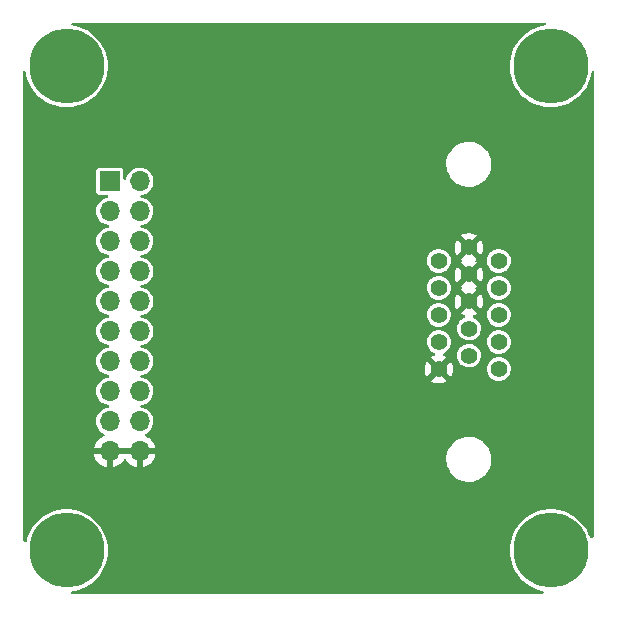
<source format=gbl>
G04 #@! TF.GenerationSoftware,KiCad,Pcbnew,(6.0.1)*
G04 #@! TF.CreationDate,2022-05-17T17:19:42-04:00*
G04 #@! TF.ProjectId,VGAX49,56474158-3439-42e6-9b69-6361645f7063,X1*
G04 #@! TF.SameCoordinates,Original*
G04 #@! TF.FileFunction,Copper,L2,Bot*
G04 #@! TF.FilePolarity,Positive*
%FSLAX46Y46*%
G04 Gerber Fmt 4.6, Leading zero omitted, Abs format (unit mm)*
G04 Created by KiCad (PCBNEW (6.0.1)) date 2022-05-17 17:19:42*
%MOMM*%
%LPD*%
G01*
G04 APERTURE LIST*
G04 #@! TA.AperFunction,ComponentPad*
%ADD10C,6.350000*%
G04 #@! TD*
G04 #@! TA.AperFunction,ComponentPad*
%ADD11R,1.700000X1.700000*%
G04 #@! TD*
G04 #@! TA.AperFunction,ComponentPad*
%ADD12O,1.700000X1.700000*%
G04 #@! TD*
G04 #@! TA.AperFunction,ComponentPad*
%ADD13C,1.397000*%
G04 #@! TD*
G04 APERTURE END LIST*
D10*
X14000000Y-55000000D03*
X55000000Y-55000000D03*
X55000000Y-14000000D03*
X14000000Y-14000000D03*
D11*
X17653000Y-23749000D03*
D12*
X20193000Y-23749000D03*
X17653000Y-26289000D03*
X20193000Y-26289000D03*
X17653000Y-28829000D03*
X20193000Y-28829000D03*
X17653000Y-31369000D03*
X20193000Y-31369000D03*
X17653000Y-33909000D03*
X20193000Y-33909000D03*
X17653000Y-36449000D03*
X20193000Y-36449000D03*
X17653000Y-38989000D03*
X20193000Y-38989000D03*
X17653000Y-41529000D03*
X20193000Y-41529000D03*
X17653000Y-44069000D03*
X20193000Y-44069000D03*
X17653000Y-46609000D03*
X20193000Y-46609000D03*
D13*
X45519340Y-30487620D03*
X45519340Y-32778700D03*
X45519340Y-35064700D03*
X45519340Y-37358320D03*
X45519340Y-39646860D03*
X48059340Y-29342080D03*
X48059340Y-31633160D03*
X48059340Y-33924240D03*
X48059340Y-36212780D03*
X48059340Y-38503860D03*
X50599340Y-30487620D03*
X50599340Y-32778700D03*
X50596800Y-35067240D03*
X50599340Y-37358320D03*
X50599340Y-39646860D03*
G04 #@! TA.AperFunction,Conductor*
G36*
X54550059Y-10324802D02*
G01*
X54596552Y-10378458D01*
X54606656Y-10448732D01*
X54577162Y-10513312D01*
X54517436Y-10551696D01*
X54501650Y-10555249D01*
X54275412Y-10591081D01*
X53923052Y-10685496D01*
X53582492Y-10816225D01*
X53579552Y-10817723D01*
X53260403Y-10980337D01*
X53260396Y-10980341D01*
X53257462Y-10981836D01*
X52951524Y-11180514D01*
X52668029Y-11410084D01*
X52410084Y-11668029D01*
X52180514Y-11951524D01*
X51981836Y-12257462D01*
X51816225Y-12582492D01*
X51685496Y-12923052D01*
X51591081Y-13275412D01*
X51534016Y-13635710D01*
X51514924Y-14000000D01*
X51534016Y-14364290D01*
X51534529Y-14367530D01*
X51534530Y-14367538D01*
X51555249Y-14498351D01*
X51591081Y-14724588D01*
X51685496Y-15076948D01*
X51816225Y-15417508D01*
X51981836Y-15742538D01*
X52180514Y-16048476D01*
X52410084Y-16331971D01*
X52668029Y-16589916D01*
X52951524Y-16819486D01*
X53257462Y-17018164D01*
X53260396Y-17019659D01*
X53260403Y-17019663D01*
X53579552Y-17182277D01*
X53582492Y-17183775D01*
X53923052Y-17314504D01*
X54275412Y-17408919D01*
X54466987Y-17439261D01*
X54632462Y-17465470D01*
X54632470Y-17465471D01*
X54635710Y-17465984D01*
X55000000Y-17485076D01*
X55364290Y-17465984D01*
X55367530Y-17465471D01*
X55367538Y-17465470D01*
X55533013Y-17439261D01*
X55724588Y-17408919D01*
X56076948Y-17314504D01*
X56417508Y-17183775D01*
X56420448Y-17182277D01*
X56739597Y-17019663D01*
X56739604Y-17019659D01*
X56742538Y-17018164D01*
X57048476Y-16819486D01*
X57331971Y-16589916D01*
X57589916Y-16331971D01*
X57819486Y-16048476D01*
X58018164Y-15742538D01*
X58183775Y-15417508D01*
X58314504Y-15076948D01*
X58408919Y-14724588D01*
X58444751Y-14498351D01*
X58475163Y-14434198D01*
X58535431Y-14396671D01*
X58606421Y-14397685D01*
X58665593Y-14436918D01*
X58694161Y-14501913D01*
X58695200Y-14518062D01*
X58695200Y-53696869D01*
X58675198Y-53764990D01*
X58663374Y-53780579D01*
X58533894Y-53926245D01*
X58519116Y-53942870D01*
X58458909Y-53980495D01*
X58387918Y-53979598D01*
X58328682Y-53940462D01*
X58307311Y-53904314D01*
X58183775Y-53582492D01*
X58018164Y-53257462D01*
X57819486Y-52951524D01*
X57589916Y-52668029D01*
X57331971Y-52410084D01*
X57048476Y-52180514D01*
X56742538Y-51981836D01*
X56739604Y-51980341D01*
X56739597Y-51980337D01*
X56420448Y-51817723D01*
X56417508Y-51816225D01*
X56076948Y-51685496D01*
X55724588Y-51591081D01*
X55533013Y-51560739D01*
X55367538Y-51534530D01*
X55367530Y-51534529D01*
X55364290Y-51534016D01*
X55000000Y-51514924D01*
X54635710Y-51534016D01*
X54632470Y-51534529D01*
X54632462Y-51534530D01*
X54466987Y-51560739D01*
X54275412Y-51591081D01*
X53923052Y-51685496D01*
X53582492Y-51816225D01*
X53579552Y-51817723D01*
X53260403Y-51980337D01*
X53260396Y-51980341D01*
X53257462Y-51981836D01*
X52951524Y-52180514D01*
X52668029Y-52410084D01*
X52410084Y-52668029D01*
X52180514Y-52951524D01*
X51981836Y-53257462D01*
X51816225Y-53582492D01*
X51685496Y-53923052D01*
X51591081Y-54275412D01*
X51534016Y-54635710D01*
X51514924Y-55000000D01*
X51534016Y-55364290D01*
X51591081Y-55724588D01*
X51685496Y-56076948D01*
X51816225Y-56417508D01*
X51981836Y-56742538D01*
X52180514Y-57048476D01*
X52410084Y-57331971D01*
X52668029Y-57589916D01*
X52951524Y-57819486D01*
X53257462Y-58018164D01*
X53260396Y-58019659D01*
X53260403Y-58019663D01*
X53363998Y-58072447D01*
X53582492Y-58183775D01*
X53923052Y-58314504D01*
X54275412Y-58408919D01*
X54278670Y-58409435D01*
X54278684Y-58409438D01*
X54288028Y-58410918D01*
X54352180Y-58441331D01*
X54389705Y-58501600D01*
X54388690Y-58572590D01*
X54362487Y-58619076D01*
X54332412Y-58652910D01*
X54272205Y-58690535D01*
X54238239Y-58695200D01*
X14518062Y-58695200D01*
X14449941Y-58675198D01*
X14403448Y-58621542D01*
X14393344Y-58551268D01*
X14422838Y-58486688D01*
X14482564Y-58448304D01*
X14498351Y-58444751D01*
X14724588Y-58408919D01*
X15076948Y-58314504D01*
X15417508Y-58183775D01*
X15636002Y-58072447D01*
X15739597Y-58019663D01*
X15739604Y-58019659D01*
X15742538Y-58018164D01*
X16048476Y-57819486D01*
X16331971Y-57589916D01*
X16589916Y-57331971D01*
X16819486Y-57048476D01*
X17018164Y-56742538D01*
X17183775Y-56417508D01*
X17314504Y-56076948D01*
X17408919Y-55724588D01*
X17465984Y-55364290D01*
X17485076Y-55000000D01*
X17465984Y-54635710D01*
X17408919Y-54275412D01*
X17314504Y-53923052D01*
X17183775Y-53582492D01*
X17018164Y-53257462D01*
X16819486Y-52951524D01*
X16589916Y-52668029D01*
X16331971Y-52410084D01*
X16048476Y-52180514D01*
X15742538Y-51981836D01*
X15739604Y-51980341D01*
X15739597Y-51980337D01*
X15420448Y-51817723D01*
X15417508Y-51816225D01*
X15076948Y-51685496D01*
X14724588Y-51591081D01*
X14533013Y-51560739D01*
X14367538Y-51534530D01*
X14367530Y-51534529D01*
X14364290Y-51534016D01*
X14000000Y-51514924D01*
X13635710Y-51534016D01*
X13632470Y-51534529D01*
X13632462Y-51534530D01*
X13466987Y-51560739D01*
X13275412Y-51591081D01*
X12923052Y-51685496D01*
X12582492Y-51816225D01*
X12579552Y-51817723D01*
X12260403Y-51980337D01*
X12260396Y-51980341D01*
X12257462Y-51981836D01*
X11951524Y-52180514D01*
X11668029Y-52410084D01*
X11410084Y-52668029D01*
X11180514Y-52951524D01*
X10981836Y-53257462D01*
X10816225Y-53582492D01*
X10685496Y-53923052D01*
X10670345Y-53979598D01*
X10612738Y-54194589D01*
X10575786Y-54255212D01*
X10511926Y-54286233D01*
X10441431Y-54277805D01*
X10396207Y-54244950D01*
X10335976Y-54176115D01*
X10306171Y-54111677D01*
X10304800Y-54093143D01*
X10304800Y-46876966D01*
X16321257Y-46876966D01*
X16351565Y-47011446D01*
X16354645Y-47021275D01*
X16434770Y-47218603D01*
X16439413Y-47227794D01*
X16550694Y-47409388D01*
X16556777Y-47417699D01*
X16696213Y-47578667D01*
X16703580Y-47585883D01*
X16867434Y-47721916D01*
X16875881Y-47727831D01*
X17059756Y-47835279D01*
X17069042Y-47839729D01*
X17268001Y-47915703D01*
X17277899Y-47918579D01*
X17381250Y-47939606D01*
X17395299Y-47938410D01*
X17399000Y-47928065D01*
X17399000Y-47927517D01*
X17907000Y-47927517D01*
X17911064Y-47941359D01*
X17924478Y-47943393D01*
X17931184Y-47942534D01*
X17941262Y-47940392D01*
X18145255Y-47879191D01*
X18154842Y-47875433D01*
X18346095Y-47781739D01*
X18354945Y-47776464D01*
X18528328Y-47652792D01*
X18536200Y-47646139D01*
X18687052Y-47495812D01*
X18693730Y-47487965D01*
X18821022Y-47310819D01*
X18822147Y-47311627D01*
X18869669Y-47267876D01*
X18939607Y-47255661D01*
X19005046Y-47283197D01*
X19032870Y-47315028D01*
X19090690Y-47409383D01*
X19096777Y-47417699D01*
X19236213Y-47578667D01*
X19243580Y-47585883D01*
X19407434Y-47721916D01*
X19415881Y-47727831D01*
X19599756Y-47835279D01*
X19609042Y-47839729D01*
X19808001Y-47915703D01*
X19817899Y-47918579D01*
X19921250Y-47939606D01*
X19935299Y-47938410D01*
X19939000Y-47928065D01*
X19939000Y-47927517D01*
X20447000Y-47927517D01*
X20451064Y-47941359D01*
X20464478Y-47943393D01*
X20471184Y-47942534D01*
X20481262Y-47940392D01*
X20685255Y-47879191D01*
X20694842Y-47875433D01*
X20886095Y-47781739D01*
X20894945Y-47776464D01*
X21068328Y-47652792D01*
X21076200Y-47646139D01*
X21227052Y-47495812D01*
X21233730Y-47487965D01*
X21343213Y-47335602D01*
X46149436Y-47335602D01*
X46175697Y-47610854D01*
X46176782Y-47615288D01*
X46176783Y-47615294D01*
X46231702Y-47839729D01*
X46241418Y-47879433D01*
X46243130Y-47883659D01*
X46243131Y-47883663D01*
X46266501Y-47941359D01*
X46345221Y-48135711D01*
X46347525Y-48139646D01*
X46347528Y-48139652D01*
X46440094Y-48297741D01*
X46484933Y-48374320D01*
X46657625Y-48590262D01*
X46859682Y-48779013D01*
X47086869Y-48936618D01*
X47215155Y-49000439D01*
X47330341Y-49057744D01*
X47330344Y-49057745D01*
X47334428Y-49059777D01*
X47597173Y-49145909D01*
X47601664Y-49146689D01*
X47601665Y-49146689D01*
X47865819Y-49192554D01*
X47865827Y-49192555D01*
X47869600Y-49193210D01*
X47873437Y-49193401D01*
X47955407Y-49197482D01*
X47955415Y-49197482D01*
X47956978Y-49197560D01*
X48129573Y-49197560D01*
X48131841Y-49197395D01*
X48131853Y-49197395D01*
X48265061Y-49187729D01*
X48335118Y-49182646D01*
X48339573Y-49181662D01*
X48339576Y-49181662D01*
X48600658Y-49124021D01*
X48600662Y-49124020D01*
X48605118Y-49123036D01*
X48777452Y-49057744D01*
X48859415Y-49026691D01*
X48859418Y-49026690D01*
X48863685Y-49025073D01*
X49105403Y-48890811D01*
X49325207Y-48723062D01*
X49518493Y-48525340D01*
X49681212Y-48301786D01*
X49809956Y-48057085D01*
X49902027Y-47796362D01*
X49955496Y-47525079D01*
X49960842Y-47417699D01*
X49969017Y-47253487D01*
X49969017Y-47253481D01*
X49969244Y-47248918D01*
X49942983Y-46973666D01*
X49925425Y-46901910D01*
X49878347Y-46709521D01*
X49877262Y-46705087D01*
X49773459Y-46448809D01*
X49771155Y-46444874D01*
X49771152Y-46444868D01*
X49636054Y-46214140D01*
X49633747Y-46210200D01*
X49461055Y-45994258D01*
X49258998Y-45805507D01*
X49213231Y-45773757D01*
X49035553Y-45650498D01*
X49035554Y-45650498D01*
X49031811Y-45647902D01*
X48854010Y-45559447D01*
X48788339Y-45526776D01*
X48788336Y-45526775D01*
X48784252Y-45524743D01*
X48521507Y-45438611D01*
X48517015Y-45437831D01*
X48252861Y-45391966D01*
X48252853Y-45391965D01*
X48249080Y-45391310D01*
X48238105Y-45390764D01*
X48163273Y-45387038D01*
X48163265Y-45387038D01*
X48161702Y-45386960D01*
X47989107Y-45386960D01*
X47986839Y-45387125D01*
X47986827Y-45387125D01*
X47853619Y-45396791D01*
X47783562Y-45401874D01*
X47779107Y-45402858D01*
X47779104Y-45402858D01*
X47518022Y-45460499D01*
X47518018Y-45460500D01*
X47513562Y-45461484D01*
X47487081Y-45471517D01*
X47259265Y-45557829D01*
X47259262Y-45557830D01*
X47254995Y-45559447D01*
X47013277Y-45693709D01*
X46793473Y-45861458D01*
X46600187Y-46059180D01*
X46437468Y-46282734D01*
X46308724Y-46527435D01*
X46216653Y-46788158D01*
X46163184Y-47059441D01*
X46162957Y-47063998D01*
X46162957Y-47063999D01*
X46150461Y-47315020D01*
X46149436Y-47335602D01*
X21343213Y-47335602D01*
X21358003Y-47315020D01*
X21363313Y-47306183D01*
X21457670Y-47115267D01*
X21461469Y-47105672D01*
X21523377Y-46901910D01*
X21525555Y-46891837D01*
X21526986Y-46880962D01*
X21524775Y-46866778D01*
X21511617Y-46863000D01*
X20465115Y-46863000D01*
X20449876Y-46867475D01*
X20448671Y-46868865D01*
X20447000Y-46876548D01*
X20447000Y-47927517D01*
X19939000Y-47927517D01*
X19939000Y-46881115D01*
X19934525Y-46865876D01*
X19933135Y-46864671D01*
X19925452Y-46863000D01*
X17925115Y-46863000D01*
X17909876Y-46867475D01*
X17908671Y-46868865D01*
X17907000Y-46876548D01*
X17907000Y-47927517D01*
X17399000Y-47927517D01*
X17399000Y-46881115D01*
X17394525Y-46865876D01*
X17393135Y-46864671D01*
X17385452Y-46863000D01*
X16336225Y-46863000D01*
X16322694Y-46866973D01*
X16321257Y-46876966D01*
X10304800Y-46876966D01*
X10304800Y-46343183D01*
X16317389Y-46343183D01*
X16318912Y-46351607D01*
X16331292Y-46355000D01*
X21511344Y-46355000D01*
X21524875Y-46351027D01*
X21526180Y-46341947D01*
X21484214Y-46174875D01*
X21480894Y-46165124D01*
X21395972Y-45969814D01*
X21391105Y-45960739D01*
X21275426Y-45781926D01*
X21269136Y-45773757D01*
X21125806Y-45616240D01*
X21118273Y-45609215D01*
X20951139Y-45477222D01*
X20942552Y-45471517D01*
X20756117Y-45368599D01*
X20746704Y-45364368D01*
X20701197Y-45348253D01*
X20643660Y-45306658D01*
X20617745Y-45240560D01*
X20631679Y-45170945D01*
X20681690Y-45119546D01*
X20850172Y-45025192D01*
X21013420Y-44889420D01*
X21149192Y-44726172D01*
X21252940Y-44540916D01*
X21321191Y-44339855D01*
X21322019Y-44334146D01*
X21322020Y-44334141D01*
X21351126Y-44133397D01*
X21351659Y-44129723D01*
X21353249Y-44069000D01*
X21333821Y-43857561D01*
X21276186Y-43653204D01*
X21182275Y-43462772D01*
X21055233Y-43292642D01*
X20899315Y-43148513D01*
X20719742Y-43035211D01*
X20686068Y-43021776D01*
X20659096Y-43011015D01*
X20522529Y-42956530D01*
X20516861Y-42955403D01*
X20516859Y-42955402D01*
X20346567Y-42921529D01*
X20283657Y-42888622D01*
X20248525Y-42826927D01*
X20252325Y-42756032D01*
X20293851Y-42698446D01*
X20353066Y-42673255D01*
X20463855Y-42657191D01*
X20469319Y-42655336D01*
X20469324Y-42655335D01*
X20659448Y-42590796D01*
X20664916Y-42588940D01*
X20850172Y-42485192D01*
X21013420Y-42349420D01*
X21149192Y-42186172D01*
X21252940Y-42000916D01*
X21321191Y-41799855D01*
X21322019Y-41794146D01*
X21322020Y-41794141D01*
X21351126Y-41593397D01*
X21351659Y-41589723D01*
X21353249Y-41529000D01*
X21333821Y-41317561D01*
X21276186Y-41113204D01*
X21182275Y-40922772D01*
X21055233Y-40752642D01*
X20954120Y-40659174D01*
X44871386Y-40659174D01*
X44881268Y-40671663D01*
X44936381Y-40708487D01*
X44946486Y-40713974D01*
X45139607Y-40796946D01*
X45150550Y-40800501D01*
X45355549Y-40846888D01*
X45366958Y-40848390D01*
X45576985Y-40856641D01*
X45588469Y-40856039D01*
X45796485Y-40825879D01*
X45807668Y-40823194D01*
X46006702Y-40755631D01*
X46017205Y-40750955D01*
X46159744Y-40671130D01*
X46169606Y-40661054D01*
X46166651Y-40653382D01*
X45532151Y-40018881D01*
X45518208Y-40011268D01*
X45516374Y-40011399D01*
X45509760Y-40015650D01*
X44877579Y-40647832D01*
X44871386Y-40659174D01*
X20954120Y-40659174D01*
X20924709Y-40631987D01*
X20903555Y-40612432D01*
X20903552Y-40612430D01*
X20899315Y-40608513D01*
X20719742Y-40495211D01*
X20686068Y-40481776D01*
X20659096Y-40471015D01*
X20522529Y-40416530D01*
X20516861Y-40415403D01*
X20516859Y-40415402D01*
X20346567Y-40381529D01*
X20283657Y-40348622D01*
X20248525Y-40286927D01*
X20252325Y-40216032D01*
X20293851Y-40158446D01*
X20353066Y-40133255D01*
X20463855Y-40117191D01*
X20469319Y-40115336D01*
X20469324Y-40115335D01*
X20642439Y-40056570D01*
X20664916Y-40048940D01*
X20850172Y-39945192D01*
X20862201Y-39935188D01*
X21008982Y-39813111D01*
X21013420Y-39809420D01*
X21149192Y-39646172D01*
X21163340Y-39620908D01*
X44308464Y-39620908D01*
X44322211Y-39830639D01*
X44324012Y-39842009D01*
X44375749Y-40045723D01*
X44379590Y-40056570D01*
X44467587Y-40247452D01*
X44473336Y-40257409D01*
X44494452Y-40287287D01*
X44505042Y-40295676D01*
X44518341Y-40288648D01*
X45147319Y-39659671D01*
X45153696Y-39647992D01*
X45883748Y-39647992D01*
X45883879Y-39649826D01*
X45888130Y-39656440D01*
X46521951Y-40290260D01*
X46534326Y-40297017D01*
X46540906Y-40292091D01*
X46623435Y-40144725D01*
X46628111Y-40134222D01*
X46695674Y-39935188D01*
X46698359Y-39924005D01*
X46728815Y-39713948D01*
X46729445Y-39706565D01*
X46730912Y-39650564D01*
X46730669Y-39643165D01*
X46729714Y-39632777D01*
X49590781Y-39632777D01*
X49594033Y-39671499D01*
X49605925Y-39813111D01*
X49607254Y-39828942D01*
X49608953Y-39834867D01*
X49659535Y-40011268D01*
X49661514Y-40018171D01*
X49664333Y-40023656D01*
X49748679Y-40187776D01*
X49748682Y-40187781D01*
X49751497Y-40193258D01*
X49873773Y-40347532D01*
X49878467Y-40351526D01*
X49878467Y-40351527D01*
X49947508Y-40410285D01*
X50023686Y-40475118D01*
X50195525Y-40571156D01*
X50382746Y-40631987D01*
X50578216Y-40655296D01*
X50584351Y-40654824D01*
X50584353Y-40654824D01*
X50768350Y-40640666D01*
X50768355Y-40640665D01*
X50774491Y-40640193D01*
X50780421Y-40638537D01*
X50780423Y-40638537D01*
X50958167Y-40588910D01*
X50958166Y-40588910D01*
X50964095Y-40587255D01*
X50992197Y-40573060D01*
X51134311Y-40501272D01*
X51139805Y-40498497D01*
X51157428Y-40484729D01*
X51244719Y-40416530D01*
X51294930Y-40377301D01*
X51317178Y-40351527D01*
X51419535Y-40232944D01*
X51419535Y-40232943D01*
X51423559Y-40228282D01*
X51443456Y-40193258D01*
X51474095Y-40139323D01*
X51520794Y-40057118D01*
X51582931Y-39870326D01*
X51602687Y-39713948D01*
X51607162Y-39678526D01*
X51607163Y-39678516D01*
X51607604Y-39675023D01*
X51607997Y-39646860D01*
X51588787Y-39450944D01*
X51587006Y-39445045D01*
X51587005Y-39445040D01*
X51533671Y-39268390D01*
X51531890Y-39262491D01*
X51439472Y-39088678D01*
X51435582Y-39083908D01*
X51435579Y-39083904D01*
X51318948Y-38940901D01*
X51318945Y-38940898D01*
X51315053Y-38936126D01*
X51308762Y-38930921D01*
X51168122Y-38814573D01*
X51163374Y-38810645D01*
X51157957Y-38807716D01*
X51157954Y-38807714D01*
X50995630Y-38719946D01*
X50995625Y-38719944D01*
X50990210Y-38717016D01*
X50908966Y-38691867D01*
X50808046Y-38660627D01*
X50808043Y-38660626D01*
X50802159Y-38658805D01*
X50796034Y-38658161D01*
X50796033Y-38658161D01*
X50612510Y-38638872D01*
X50612509Y-38638872D01*
X50606382Y-38638228D01*
X50523444Y-38645776D01*
X50416476Y-38655510D01*
X50416473Y-38655511D01*
X50410337Y-38656069D01*
X50221490Y-38711650D01*
X50047037Y-38802852D01*
X49893620Y-38926202D01*
X49889661Y-38930920D01*
X49889660Y-38930921D01*
X49786890Y-39053397D01*
X49767083Y-39077002D01*
X49726102Y-39151547D01*
X49683169Y-39229643D01*
X49672248Y-39249508D01*
X49670384Y-39255383D01*
X49670383Y-39255386D01*
X49646043Y-39332118D01*
X49612725Y-39437148D01*
X49590781Y-39632777D01*
X46729714Y-39632777D01*
X46711248Y-39431805D01*
X46709151Y-39420490D01*
X46652098Y-39218196D01*
X46647976Y-39207457D01*
X46555011Y-39018943D01*
X46549005Y-39009141D01*
X46545850Y-39004916D01*
X46534591Y-38996466D01*
X46522174Y-39003237D01*
X45891361Y-39634049D01*
X45883748Y-39647992D01*
X45153696Y-39647992D01*
X45154932Y-39645728D01*
X45154801Y-39643894D01*
X45150550Y-39637280D01*
X44514943Y-39001674D01*
X44502568Y-38994917D01*
X44496602Y-38999383D01*
X44402596Y-39178058D01*
X44398191Y-39188692D01*
X44335862Y-39389423D01*
X44333470Y-39400677D01*
X44308765Y-39609407D01*
X44308464Y-39620908D01*
X21163340Y-39620908D01*
X21252940Y-39460916D01*
X21296661Y-39332118D01*
X21319335Y-39265324D01*
X21319336Y-39265319D01*
X21321191Y-39259855D01*
X21322019Y-39254146D01*
X21322020Y-39254141D01*
X21347280Y-39079924D01*
X21351659Y-39049723D01*
X21353249Y-38989000D01*
X21333821Y-38777561D01*
X21276186Y-38573204D01*
X21182275Y-38382772D01*
X21055233Y-38212642D01*
X20921219Y-38088761D01*
X20903555Y-38072432D01*
X20903552Y-38072430D01*
X20899315Y-38068513D01*
X20719742Y-37955211D01*
X20692655Y-37944404D01*
X20654746Y-37929280D01*
X20522529Y-37876530D01*
X20516861Y-37875403D01*
X20516859Y-37875402D01*
X20346567Y-37841529D01*
X20283657Y-37808622D01*
X20248525Y-37746927D01*
X20252325Y-37676032D01*
X20293851Y-37618446D01*
X20353066Y-37593255D01*
X20463855Y-37577191D01*
X20469319Y-37575336D01*
X20469324Y-37575335D01*
X20644692Y-37515805D01*
X20664916Y-37508940D01*
X20850172Y-37405192D01*
X20923462Y-37344237D01*
X44510781Y-37344237D01*
X44511297Y-37350380D01*
X44523515Y-37495872D01*
X44527254Y-37540402D01*
X44528953Y-37546327D01*
X44571583Y-37694996D01*
X44581514Y-37729631D01*
X44584333Y-37735116D01*
X44668679Y-37899236D01*
X44668682Y-37899241D01*
X44671497Y-37904718D01*
X44793773Y-38058992D01*
X44798467Y-38062986D01*
X44798467Y-38062987D01*
X44833204Y-38092550D01*
X44943686Y-38186578D01*
X45111891Y-38280585D01*
X45115525Y-38282616D01*
X45115139Y-38283307D01*
X45165776Y-38325739D01*
X45186902Y-38393520D01*
X45168029Y-38461962D01*
X45115149Y-38509336D01*
X45104530Y-38513815D01*
X45003119Y-38551227D01*
X44992740Y-38556178D01*
X44879859Y-38623335D01*
X44870261Y-38633668D01*
X44873747Y-38642056D01*
X45506529Y-39274839D01*
X45520472Y-39282452D01*
X45522306Y-39282321D01*
X45528920Y-39278070D01*
X46161040Y-38645949D01*
X46167797Y-38633574D01*
X46161767Y-38625518D01*
X46074312Y-38570338D01*
X46064061Y-38565114D01*
X45928347Y-38510970D01*
X45901332Y-38489777D01*
X47050781Y-38489777D01*
X47052561Y-38510970D01*
X47063896Y-38645949D01*
X47067254Y-38685942D01*
X47068953Y-38691867D01*
X47103012Y-38810645D01*
X47121514Y-38875171D01*
X47124333Y-38880656D01*
X47208679Y-39044776D01*
X47208682Y-39044781D01*
X47211497Y-39050258D01*
X47333773Y-39204532D01*
X47338467Y-39208526D01*
X47338467Y-39208527D01*
X47425329Y-39282452D01*
X47483686Y-39332118D01*
X47655525Y-39428156D01*
X47842746Y-39488987D01*
X48038216Y-39512296D01*
X48044351Y-39511824D01*
X48044353Y-39511824D01*
X48228350Y-39497666D01*
X48228355Y-39497665D01*
X48234491Y-39497193D01*
X48240421Y-39495537D01*
X48240423Y-39495537D01*
X48384006Y-39455448D01*
X48424095Y-39444255D01*
X48438165Y-39437148D01*
X48594311Y-39358272D01*
X48599805Y-39355497D01*
X48754930Y-39234301D01*
X48768832Y-39218196D01*
X48879535Y-39089944D01*
X48879535Y-39089943D01*
X48883559Y-39085282D01*
X48901966Y-39052881D01*
X48952233Y-38964394D01*
X48980794Y-38914118D01*
X49042931Y-38727326D01*
X49055793Y-38625518D01*
X49067162Y-38535526D01*
X49067163Y-38535516D01*
X49067604Y-38532023D01*
X49067997Y-38503860D01*
X49048787Y-38307944D01*
X49047006Y-38302045D01*
X49047005Y-38302040D01*
X48993671Y-38125390D01*
X48991890Y-38119491D01*
X48904541Y-37955211D01*
X48902366Y-37951120D01*
X48902364Y-37951117D01*
X48899472Y-37945678D01*
X48895582Y-37940908D01*
X48895579Y-37940904D01*
X48778948Y-37797901D01*
X48778945Y-37797898D01*
X48775053Y-37793126D01*
X48768762Y-37787921D01*
X48628122Y-37671573D01*
X48623374Y-37667645D01*
X48617957Y-37664716D01*
X48617954Y-37664714D01*
X48455630Y-37576946D01*
X48455625Y-37576944D01*
X48450210Y-37574016D01*
X48427257Y-37566911D01*
X48268046Y-37517627D01*
X48268043Y-37517626D01*
X48262159Y-37515805D01*
X48256034Y-37515161D01*
X48256033Y-37515161D01*
X48072510Y-37495872D01*
X48072509Y-37495872D01*
X48066382Y-37495228D01*
X47983444Y-37502776D01*
X47876476Y-37512510D01*
X47876473Y-37512511D01*
X47870337Y-37513069D01*
X47681490Y-37568650D01*
X47507037Y-37659852D01*
X47353620Y-37783202D01*
X47349661Y-37787920D01*
X47349660Y-37787921D01*
X47231045Y-37929280D01*
X47227083Y-37934002D01*
X47213730Y-37958292D01*
X47153136Y-38068513D01*
X47132248Y-38106508D01*
X47130384Y-38112383D01*
X47130383Y-38112386D01*
X47077169Y-38280140D01*
X47072725Y-38294148D01*
X47050781Y-38489777D01*
X45901332Y-38489777D01*
X45872487Y-38467149D01*
X45849187Y-38400085D01*
X45865843Y-38331070D01*
X45918226Y-38281474D01*
X45921918Y-38279609D01*
X46059805Y-38209957D01*
X46079120Y-38194867D01*
X46175597Y-38119491D01*
X46214930Y-38088761D01*
X46237178Y-38062987D01*
X46339535Y-37944404D01*
X46339535Y-37944403D01*
X46343559Y-37939742D01*
X46363456Y-37904718D01*
X46424136Y-37797901D01*
X46440794Y-37768578D01*
X46502931Y-37581786D01*
X46511348Y-37515161D01*
X46527162Y-37389986D01*
X46527163Y-37389976D01*
X46527604Y-37386483D01*
X46527997Y-37358320D01*
X46526616Y-37344237D01*
X49590781Y-37344237D01*
X49591297Y-37350380D01*
X49603515Y-37495872D01*
X49607254Y-37540402D01*
X49608953Y-37546327D01*
X49651583Y-37694996D01*
X49661514Y-37729631D01*
X49664333Y-37735116D01*
X49748679Y-37899236D01*
X49748682Y-37899241D01*
X49751497Y-37904718D01*
X49873773Y-38058992D01*
X49878467Y-38062986D01*
X49878467Y-38062987D01*
X49913204Y-38092550D01*
X50023686Y-38186578D01*
X50195525Y-38282616D01*
X50382746Y-38343447D01*
X50578216Y-38366756D01*
X50584351Y-38366284D01*
X50584353Y-38366284D01*
X50768350Y-38352126D01*
X50768355Y-38352125D01*
X50774491Y-38351653D01*
X50780421Y-38349997D01*
X50780423Y-38349997D01*
X50899193Y-38316836D01*
X50964095Y-38298715D01*
X50973137Y-38294148D01*
X51051950Y-38254336D01*
X51139805Y-38209957D01*
X51159120Y-38194867D01*
X51255597Y-38119491D01*
X51294930Y-38088761D01*
X51317178Y-38062987D01*
X51419535Y-37944404D01*
X51419535Y-37944403D01*
X51423559Y-37939742D01*
X51443456Y-37904718D01*
X51504136Y-37797901D01*
X51520794Y-37768578D01*
X51582931Y-37581786D01*
X51591348Y-37515161D01*
X51607162Y-37389986D01*
X51607163Y-37389976D01*
X51607604Y-37386483D01*
X51607997Y-37358320D01*
X51588787Y-37162404D01*
X51587006Y-37156505D01*
X51587005Y-37156500D01*
X51533671Y-36979850D01*
X51531890Y-36973951D01*
X51485681Y-36887045D01*
X51442366Y-36805580D01*
X51442364Y-36805577D01*
X51439472Y-36800138D01*
X51435582Y-36795368D01*
X51435579Y-36795364D01*
X51318948Y-36652361D01*
X51318945Y-36652358D01*
X51315053Y-36647586D01*
X51308762Y-36642381D01*
X51168122Y-36526033D01*
X51163374Y-36522105D01*
X51157957Y-36519176D01*
X51157954Y-36519174D01*
X50995630Y-36431406D01*
X50995625Y-36431404D01*
X50990210Y-36428476D01*
X50879669Y-36394258D01*
X50808046Y-36372087D01*
X50808043Y-36372086D01*
X50802159Y-36370265D01*
X50796034Y-36369621D01*
X50796033Y-36369621D01*
X50612510Y-36350332D01*
X50612509Y-36350332D01*
X50606382Y-36349688D01*
X50523444Y-36357236D01*
X50416476Y-36366970D01*
X50416473Y-36366971D01*
X50410337Y-36367529D01*
X50221490Y-36423110D01*
X50047037Y-36514312D01*
X49893620Y-36637662D01*
X49889661Y-36642380D01*
X49889660Y-36642381D01*
X49771045Y-36783740D01*
X49767083Y-36788462D01*
X49743863Y-36830699D01*
X49691499Y-36925951D01*
X49672248Y-36960968D01*
X49670384Y-36966843D01*
X49670383Y-36966846D01*
X49617337Y-37134070D01*
X49612725Y-37148608D01*
X49590781Y-37344237D01*
X46526616Y-37344237D01*
X46508787Y-37162404D01*
X46507006Y-37156505D01*
X46507005Y-37156500D01*
X46453671Y-36979850D01*
X46451890Y-36973951D01*
X46405681Y-36887045D01*
X46362366Y-36805580D01*
X46362364Y-36805577D01*
X46359472Y-36800138D01*
X46355582Y-36795368D01*
X46355579Y-36795364D01*
X46238948Y-36652361D01*
X46238945Y-36652358D01*
X46235053Y-36647586D01*
X46228762Y-36642381D01*
X46088122Y-36526033D01*
X46083374Y-36522105D01*
X46077957Y-36519176D01*
X46077954Y-36519174D01*
X45915630Y-36431406D01*
X45915625Y-36431404D01*
X45910210Y-36428476D01*
X45799669Y-36394258D01*
X45728046Y-36372087D01*
X45728043Y-36372086D01*
X45722159Y-36370265D01*
X45716034Y-36369621D01*
X45716033Y-36369621D01*
X45532510Y-36350332D01*
X45532509Y-36350332D01*
X45526382Y-36349688D01*
X45443444Y-36357236D01*
X45336476Y-36366970D01*
X45336473Y-36366971D01*
X45330337Y-36367529D01*
X45141490Y-36423110D01*
X44967037Y-36514312D01*
X44813620Y-36637662D01*
X44809661Y-36642380D01*
X44809660Y-36642381D01*
X44691045Y-36783740D01*
X44687083Y-36788462D01*
X44663863Y-36830699D01*
X44611499Y-36925951D01*
X44592248Y-36960968D01*
X44590384Y-36966843D01*
X44590383Y-36966846D01*
X44537337Y-37134070D01*
X44532725Y-37148608D01*
X44510781Y-37344237D01*
X20923462Y-37344237D01*
X21013420Y-37269420D01*
X21149192Y-37106172D01*
X21252940Y-36920916D01*
X21283565Y-36830699D01*
X21319335Y-36725324D01*
X21319336Y-36725319D01*
X21321191Y-36719855D01*
X21322019Y-36714146D01*
X21322020Y-36714141D01*
X21349294Y-36526033D01*
X21351659Y-36509723D01*
X21353249Y-36449000D01*
X21333821Y-36237561D01*
X21322860Y-36198697D01*
X47050781Y-36198697D01*
X47051297Y-36204840D01*
X47063707Y-36352619D01*
X47067254Y-36394862D01*
X47068953Y-36400787D01*
X47112146Y-36551420D01*
X47121514Y-36584091D01*
X47124333Y-36589576D01*
X47208679Y-36753696D01*
X47208682Y-36753701D01*
X47211497Y-36759178D01*
X47333773Y-36913452D01*
X47338467Y-36917446D01*
X47338467Y-36917447D01*
X47373204Y-36947010D01*
X47483686Y-37041038D01*
X47655525Y-37137076D01*
X47842746Y-37197907D01*
X48038216Y-37221216D01*
X48044351Y-37220744D01*
X48044353Y-37220744D01*
X48228350Y-37206586D01*
X48228355Y-37206585D01*
X48234491Y-37206113D01*
X48240421Y-37204457D01*
X48240423Y-37204457D01*
X48359193Y-37171296D01*
X48424095Y-37153175D01*
X48433137Y-37148608D01*
X48594311Y-37067192D01*
X48599805Y-37064417D01*
X48754930Y-36943221D01*
X48777178Y-36917447D01*
X48879535Y-36798864D01*
X48879535Y-36798863D01*
X48883559Y-36794202D01*
X48903456Y-36759178D01*
X48964136Y-36652361D01*
X48980794Y-36623038D01*
X49042931Y-36436246D01*
X49051348Y-36369621D01*
X49067162Y-36244446D01*
X49067163Y-36244436D01*
X49067604Y-36240943D01*
X49067997Y-36212780D01*
X49048787Y-36016864D01*
X49047006Y-36010965D01*
X49047005Y-36010960D01*
X48993671Y-35834310D01*
X48991890Y-35828411D01*
X48911525Y-35677266D01*
X48902366Y-35660040D01*
X48902364Y-35660037D01*
X48899472Y-35654598D01*
X48895582Y-35649828D01*
X48895579Y-35649824D01*
X48778948Y-35506821D01*
X48778945Y-35506818D01*
X48775053Y-35502046D01*
X48768762Y-35496841D01*
X48628122Y-35380493D01*
X48623374Y-35376565D01*
X48617957Y-35373636D01*
X48617954Y-35373634D01*
X48475403Y-35296558D01*
X48457462Y-35286857D01*
X48407054Y-35236863D01*
X48391676Y-35167552D01*
X48416212Y-35100930D01*
X48476890Y-35056709D01*
X48487354Y-35053157D01*
X49588241Y-35053157D01*
X49592083Y-35098906D01*
X49600921Y-35204148D01*
X49604714Y-35249322D01*
X49606413Y-35255247D01*
X49653165Y-35418292D01*
X49658974Y-35438551D01*
X49661793Y-35444036D01*
X49746139Y-35608156D01*
X49746142Y-35608161D01*
X49748957Y-35613638D01*
X49871233Y-35767912D01*
X49875927Y-35771906D01*
X49875927Y-35771907D01*
X49910664Y-35801470D01*
X50021146Y-35895498D01*
X50192985Y-35991536D01*
X50380206Y-36052367D01*
X50575676Y-36075676D01*
X50581811Y-36075204D01*
X50581813Y-36075204D01*
X50765810Y-36061046D01*
X50765815Y-36061045D01*
X50771951Y-36060573D01*
X50777881Y-36058917D01*
X50777883Y-36058917D01*
X50896653Y-36025756D01*
X50961555Y-36007635D01*
X50970597Y-36003068D01*
X51131771Y-35921652D01*
X51137265Y-35918877D01*
X51292390Y-35797681D01*
X51314638Y-35771907D01*
X51416995Y-35653324D01*
X51416995Y-35653323D01*
X51421019Y-35648662D01*
X51440916Y-35613638D01*
X51497433Y-35514149D01*
X51518254Y-35477498D01*
X51580391Y-35290706D01*
X51595041Y-35174743D01*
X51604622Y-35098906D01*
X51604623Y-35098896D01*
X51605064Y-35095403D01*
X51605457Y-35067240D01*
X51586247Y-34871324D01*
X51584466Y-34865425D01*
X51584465Y-34865420D01*
X51531131Y-34688770D01*
X51529350Y-34682871D01*
X51467300Y-34566172D01*
X51439826Y-34514500D01*
X51439824Y-34514497D01*
X51436932Y-34509058D01*
X51433042Y-34504288D01*
X51433039Y-34504284D01*
X51316408Y-34361281D01*
X51316405Y-34361278D01*
X51312513Y-34356506D01*
X51306222Y-34351301D01*
X51165582Y-34234953D01*
X51160834Y-34231025D01*
X51155417Y-34228096D01*
X51155414Y-34228094D01*
X50993090Y-34140326D01*
X50993085Y-34140324D01*
X50987670Y-34137396D01*
X50973579Y-34133034D01*
X50805506Y-34081007D01*
X50805503Y-34081006D01*
X50799619Y-34079185D01*
X50793494Y-34078541D01*
X50793493Y-34078541D01*
X50609970Y-34059252D01*
X50609969Y-34059252D01*
X50603842Y-34058608D01*
X50520904Y-34066156D01*
X50413936Y-34075890D01*
X50413933Y-34075891D01*
X50407797Y-34076449D01*
X50218950Y-34132030D01*
X50044497Y-34223232D01*
X50039697Y-34227092D01*
X50039696Y-34227092D01*
X50034804Y-34231025D01*
X49891080Y-34346582D01*
X49887121Y-34351300D01*
X49887120Y-34351301D01*
X49768505Y-34492660D01*
X49764543Y-34497382D01*
X49743979Y-34534789D01*
X49674076Y-34661943D01*
X49669708Y-34669888D01*
X49667844Y-34675763D01*
X49667843Y-34675766D01*
X49624028Y-34813890D01*
X49610185Y-34857528D01*
X49588241Y-35053157D01*
X48487354Y-35053157D01*
X48546702Y-35033011D01*
X48557205Y-35028335D01*
X48699744Y-34948510D01*
X48709606Y-34938434D01*
X48706651Y-34930762D01*
X48072151Y-34296261D01*
X48058208Y-34288648D01*
X48056374Y-34288779D01*
X48049760Y-34293030D01*
X47417579Y-34925212D01*
X47411386Y-34936554D01*
X47421268Y-34949043D01*
X47476381Y-34985867D01*
X47486486Y-34991354D01*
X47650506Y-35061823D01*
X47705199Y-35107092D01*
X47726736Y-35174743D01*
X47708279Y-35243298D01*
X47659144Y-35289252D01*
X47507037Y-35368772D01*
X47353620Y-35492122D01*
X47349661Y-35496840D01*
X47349660Y-35496841D01*
X47231045Y-35638200D01*
X47227083Y-35642922D01*
X47186102Y-35717467D01*
X47141318Y-35798930D01*
X47132248Y-35815428D01*
X47130384Y-35821303D01*
X47130383Y-35821306D01*
X47077337Y-35988530D01*
X47072725Y-36003068D01*
X47050781Y-36198697D01*
X21322860Y-36198697D01*
X21276186Y-36033204D01*
X21256577Y-35993440D01*
X21184829Y-35847951D01*
X21182275Y-35842772D01*
X21055233Y-35672642D01*
X20899315Y-35528513D01*
X20719742Y-35415211D01*
X20686068Y-35401776D01*
X20622876Y-35376565D01*
X20522529Y-35336530D01*
X20516861Y-35335403D01*
X20516859Y-35335402D01*
X20346567Y-35301529D01*
X20283657Y-35268622D01*
X20248525Y-35206927D01*
X20252325Y-35136032D01*
X20293851Y-35078446D01*
X20353066Y-35053255D01*
X20371260Y-35050617D01*
X44510781Y-35050617D01*
X44511297Y-35056760D01*
X44521205Y-35174743D01*
X44527254Y-35246782D01*
X44528953Y-35252707D01*
X44575550Y-35415211D01*
X44581514Y-35436011D01*
X44584333Y-35441496D01*
X44668679Y-35605616D01*
X44668682Y-35605621D01*
X44671497Y-35611098D01*
X44793773Y-35765372D01*
X44798467Y-35769366D01*
X44798467Y-35769367D01*
X44884718Y-35842772D01*
X44943686Y-35892958D01*
X45115525Y-35988996D01*
X45302746Y-36049827D01*
X45498216Y-36073136D01*
X45504351Y-36072664D01*
X45504353Y-36072664D01*
X45688350Y-36058506D01*
X45688355Y-36058505D01*
X45694491Y-36058033D01*
X45700421Y-36056377D01*
X45700423Y-36056377D01*
X45841943Y-36016864D01*
X45884095Y-36005095D01*
X45899731Y-35997197D01*
X46054311Y-35919112D01*
X46059805Y-35916337D01*
X46214930Y-35795141D01*
X46237178Y-35769367D01*
X46339535Y-35650784D01*
X46339535Y-35650783D01*
X46343559Y-35646122D01*
X46348060Y-35638200D01*
X46418530Y-35514149D01*
X46440794Y-35474958D01*
X46502931Y-35288166D01*
X46517260Y-35174743D01*
X46527162Y-35096366D01*
X46527163Y-35096356D01*
X46527604Y-35092863D01*
X46527997Y-35064700D01*
X46508787Y-34868784D01*
X46507006Y-34862885D01*
X46507005Y-34862880D01*
X46453671Y-34686230D01*
X46451890Y-34680331D01*
X46391114Y-34566028D01*
X46362366Y-34511960D01*
X46362364Y-34511957D01*
X46359472Y-34506518D01*
X46355582Y-34501748D01*
X46355579Y-34501744D01*
X46238948Y-34358741D01*
X46238945Y-34358738D01*
X46235053Y-34353966D01*
X46228762Y-34348761D01*
X46088122Y-34232413D01*
X46083374Y-34228485D01*
X46077957Y-34225556D01*
X46077954Y-34225554D01*
X45915630Y-34137786D01*
X45915625Y-34137784D01*
X45910210Y-34134856D01*
X45785025Y-34096105D01*
X45728046Y-34078467D01*
X45728043Y-34078466D01*
X45722159Y-34076645D01*
X45716034Y-34076001D01*
X45716033Y-34076001D01*
X45532510Y-34056712D01*
X45532509Y-34056712D01*
X45526382Y-34056068D01*
X45443444Y-34063616D01*
X45336476Y-34073350D01*
X45336473Y-34073351D01*
X45330337Y-34073909D01*
X45141490Y-34129490D01*
X44967037Y-34220692D01*
X44813620Y-34344042D01*
X44809661Y-34348760D01*
X44809660Y-34348761D01*
X44787267Y-34375448D01*
X44687083Y-34494842D01*
X44676276Y-34514500D01*
X44597494Y-34657806D01*
X44592248Y-34667348D01*
X44590384Y-34673223D01*
X44590383Y-34673226D01*
X44548057Y-34806656D01*
X44532725Y-34854988D01*
X44510781Y-35050617D01*
X20371260Y-35050617D01*
X20463855Y-35037191D01*
X20469319Y-35035336D01*
X20469324Y-35035335D01*
X20659448Y-34970796D01*
X20664916Y-34968940D01*
X20850172Y-34865192D01*
X21013420Y-34729420D01*
X21149192Y-34566172D01*
X21252940Y-34380916D01*
X21281664Y-34296299D01*
X21319335Y-34185324D01*
X21319336Y-34185319D01*
X21321191Y-34179855D01*
X21322019Y-34174146D01*
X21322020Y-34174141D01*
X21351126Y-33973397D01*
X21351659Y-33969723D01*
X21353249Y-33909000D01*
X21352265Y-33898288D01*
X46848464Y-33898288D01*
X46862211Y-34108019D01*
X46864012Y-34119389D01*
X46915749Y-34323103D01*
X46919590Y-34333950D01*
X47007587Y-34524832D01*
X47013336Y-34534789D01*
X47034452Y-34564667D01*
X47045042Y-34573056D01*
X47058341Y-34566028D01*
X47687319Y-33937051D01*
X47693696Y-33925372D01*
X48423748Y-33925372D01*
X48423879Y-33927206D01*
X48428130Y-33933820D01*
X49061951Y-34567640D01*
X49074326Y-34574397D01*
X49080906Y-34569471D01*
X49163435Y-34422105D01*
X49168111Y-34411602D01*
X49235674Y-34212568D01*
X49238359Y-34201385D01*
X49268815Y-33991328D01*
X49269445Y-33983945D01*
X49270912Y-33927944D01*
X49270669Y-33920545D01*
X49251248Y-33709185D01*
X49249151Y-33697870D01*
X49192098Y-33495576D01*
X49187976Y-33484837D01*
X49095011Y-33296323D01*
X49089005Y-33286521D01*
X49085850Y-33282296D01*
X49074591Y-33273846D01*
X49062174Y-33280617D01*
X48431361Y-33911429D01*
X48423748Y-33925372D01*
X47693696Y-33925372D01*
X47694932Y-33923108D01*
X47694801Y-33921274D01*
X47690550Y-33914660D01*
X47054943Y-33279054D01*
X47042568Y-33272297D01*
X47036602Y-33276763D01*
X46942596Y-33455438D01*
X46938191Y-33466072D01*
X46875862Y-33666803D01*
X46873470Y-33678057D01*
X46848765Y-33886787D01*
X46848464Y-33898288D01*
X21352265Y-33898288D01*
X21334889Y-33709185D01*
X21334350Y-33703315D01*
X21334349Y-33703312D01*
X21333821Y-33697561D01*
X21276186Y-33493204D01*
X21182275Y-33302772D01*
X21097286Y-33188958D01*
X21058686Y-33137266D01*
X21058685Y-33137265D01*
X21055233Y-33132642D01*
X20961378Y-33045883D01*
X20903555Y-32992432D01*
X20903552Y-32992430D01*
X20899315Y-32988513D01*
X20719742Y-32875211D01*
X20691517Y-32863950D01*
X20659096Y-32851015D01*
X20522529Y-32796530D01*
X20516861Y-32795403D01*
X20516859Y-32795402D01*
X20362092Y-32764617D01*
X44510781Y-32764617D01*
X44513366Y-32795402D01*
X44523078Y-32911048D01*
X44527254Y-32960782D01*
X44528953Y-32966707D01*
X44576534Y-33132642D01*
X44581514Y-33150011D01*
X44584333Y-33155496D01*
X44668679Y-33319616D01*
X44668682Y-33319621D01*
X44671497Y-33325098D01*
X44793773Y-33479372D01*
X44798467Y-33483366D01*
X44798467Y-33483367D01*
X44833204Y-33512930D01*
X44943686Y-33606958D01*
X45115525Y-33702996D01*
X45302746Y-33763827D01*
X45498216Y-33787136D01*
X45504351Y-33786664D01*
X45504353Y-33786664D01*
X45688350Y-33772506D01*
X45688355Y-33772505D01*
X45694491Y-33772033D01*
X45700421Y-33770377D01*
X45700423Y-33770377D01*
X45878167Y-33720750D01*
X45878166Y-33720750D01*
X45884095Y-33719095D01*
X45903714Y-33709185D01*
X46054311Y-33633112D01*
X46059805Y-33630337D01*
X46214930Y-33509141D01*
X46228687Y-33493204D01*
X46339535Y-33364784D01*
X46339535Y-33364783D01*
X46343559Y-33360122D01*
X46363456Y-33325098D01*
X46387770Y-33282296D01*
X46440794Y-33188958D01*
X46502931Y-33002166D01*
X46512891Y-32923329D01*
X46514443Y-32911048D01*
X47410261Y-32911048D01*
X47413747Y-32919436D01*
X48046529Y-33552219D01*
X48060472Y-33559832D01*
X48062306Y-33559701D01*
X48068920Y-33555450D01*
X48701040Y-32923329D01*
X48707797Y-32910954D01*
X48701768Y-32902900D01*
X48673823Y-32885268D01*
X48626885Y-32832001D01*
X48616623Y-32764617D01*
X49590781Y-32764617D01*
X49593366Y-32795402D01*
X49603078Y-32911048D01*
X49607254Y-32960782D01*
X49608953Y-32966707D01*
X49656534Y-33132642D01*
X49661514Y-33150011D01*
X49664333Y-33155496D01*
X49748679Y-33319616D01*
X49748682Y-33319621D01*
X49751497Y-33325098D01*
X49873773Y-33479372D01*
X49878467Y-33483366D01*
X49878467Y-33483367D01*
X49913204Y-33512930D01*
X50023686Y-33606958D01*
X50195525Y-33702996D01*
X50382746Y-33763827D01*
X50578216Y-33787136D01*
X50584351Y-33786664D01*
X50584353Y-33786664D01*
X50768350Y-33772506D01*
X50768355Y-33772505D01*
X50774491Y-33772033D01*
X50780421Y-33770377D01*
X50780423Y-33770377D01*
X50958167Y-33720750D01*
X50958166Y-33720750D01*
X50964095Y-33719095D01*
X50983714Y-33709185D01*
X51134311Y-33633112D01*
X51139805Y-33630337D01*
X51294930Y-33509141D01*
X51308687Y-33493204D01*
X51419535Y-33364784D01*
X51419535Y-33364783D01*
X51423559Y-33360122D01*
X51443456Y-33325098D01*
X51467770Y-33282296D01*
X51520794Y-33188958D01*
X51582931Y-33002166D01*
X51592891Y-32923329D01*
X51607162Y-32810366D01*
X51607163Y-32810356D01*
X51607604Y-32806863D01*
X51607997Y-32778700D01*
X51588787Y-32582784D01*
X51587006Y-32576885D01*
X51587005Y-32576880D01*
X51533671Y-32400230D01*
X51531890Y-32394331D01*
X51468413Y-32274948D01*
X51442366Y-32225960D01*
X51442364Y-32225957D01*
X51439472Y-32220518D01*
X51435582Y-32215748D01*
X51435579Y-32215744D01*
X51318948Y-32072741D01*
X51318945Y-32072738D01*
X51315053Y-32067966D01*
X51308762Y-32062761D01*
X51168122Y-31946413D01*
X51163374Y-31942485D01*
X51157957Y-31939556D01*
X51157954Y-31939554D01*
X50995630Y-31851786D01*
X50995625Y-31851784D01*
X50990210Y-31848856D01*
X50964560Y-31840916D01*
X50808046Y-31792467D01*
X50808043Y-31792466D01*
X50802159Y-31790645D01*
X50796034Y-31790001D01*
X50796033Y-31790001D01*
X50612510Y-31770712D01*
X50612509Y-31770712D01*
X50606382Y-31770068D01*
X50523444Y-31777616D01*
X50416476Y-31787350D01*
X50416473Y-31787351D01*
X50410337Y-31787909D01*
X50221490Y-31843490D01*
X50047037Y-31934692D01*
X49893620Y-32058042D01*
X49889661Y-32062760D01*
X49889660Y-32062761D01*
X49787104Y-32184982D01*
X49767083Y-32208842D01*
X49672248Y-32381348D01*
X49670384Y-32387223D01*
X49670383Y-32387226D01*
X49622414Y-32538446D01*
X49612725Y-32568988D01*
X49590781Y-32764617D01*
X48616623Y-32764617D01*
X48616196Y-32761814D01*
X48645151Y-32696989D01*
X48679492Y-32668772D01*
X48699743Y-32657431D01*
X48709606Y-32647354D01*
X48706651Y-32639682D01*
X48072151Y-32005181D01*
X48058208Y-31997568D01*
X48056374Y-31997699D01*
X48049760Y-32001950D01*
X47417579Y-32634132D01*
X47411386Y-32645474D01*
X47421269Y-32657964D01*
X47446745Y-32674986D01*
X47492274Y-32729462D01*
X47501123Y-32799905D01*
X47470483Y-32863950D01*
X47441169Y-32888037D01*
X47419858Y-32900716D01*
X47410261Y-32911048D01*
X46514443Y-32911048D01*
X46527162Y-32810366D01*
X46527163Y-32810356D01*
X46527604Y-32806863D01*
X46527997Y-32778700D01*
X46508787Y-32582784D01*
X46507006Y-32576885D01*
X46507005Y-32576880D01*
X46453671Y-32400230D01*
X46451890Y-32394331D01*
X46388413Y-32274948D01*
X46362366Y-32225960D01*
X46362364Y-32225957D01*
X46359472Y-32220518D01*
X46355582Y-32215748D01*
X46355579Y-32215744D01*
X46238948Y-32072741D01*
X46238945Y-32072738D01*
X46235053Y-32067966D01*
X46228762Y-32062761D01*
X46088122Y-31946413D01*
X46083374Y-31942485D01*
X46077957Y-31939556D01*
X46077954Y-31939554D01*
X45915630Y-31851786D01*
X45915625Y-31851784D01*
X45910210Y-31848856D01*
X45884560Y-31840916D01*
X45728046Y-31792467D01*
X45728043Y-31792466D01*
X45722159Y-31790645D01*
X45716034Y-31790001D01*
X45716033Y-31790001D01*
X45532510Y-31770712D01*
X45532509Y-31770712D01*
X45526382Y-31770068D01*
X45443444Y-31777616D01*
X45336476Y-31787350D01*
X45336473Y-31787351D01*
X45330337Y-31787909D01*
X45141490Y-31843490D01*
X44967037Y-31934692D01*
X44813620Y-32058042D01*
X44809661Y-32062760D01*
X44809660Y-32062761D01*
X44707104Y-32184982D01*
X44687083Y-32208842D01*
X44592248Y-32381348D01*
X44590384Y-32387223D01*
X44590383Y-32387226D01*
X44542414Y-32538446D01*
X44532725Y-32568988D01*
X44510781Y-32764617D01*
X20362092Y-32764617D01*
X20346567Y-32761529D01*
X20283657Y-32728622D01*
X20248525Y-32666927D01*
X20252325Y-32596032D01*
X20293851Y-32538446D01*
X20353066Y-32513255D01*
X20463855Y-32497191D01*
X20469319Y-32495336D01*
X20469324Y-32495335D01*
X20659448Y-32430796D01*
X20664916Y-32428940D01*
X20850172Y-32325192D01*
X21013420Y-32189420D01*
X21122686Y-32058042D01*
X21145501Y-32030610D01*
X21149192Y-32026172D01*
X21252940Y-31840916D01*
X21283565Y-31750699D01*
X21319335Y-31645324D01*
X21319336Y-31645319D01*
X21321191Y-31639855D01*
X21322019Y-31634146D01*
X21322020Y-31634141D01*
X21325925Y-31607208D01*
X46848464Y-31607208D01*
X46862211Y-31816939D01*
X46864012Y-31828309D01*
X46915749Y-32032023D01*
X46919590Y-32042870D01*
X47007587Y-32233752D01*
X47013336Y-32243709D01*
X47034452Y-32273587D01*
X47045042Y-32281976D01*
X47058341Y-32274948D01*
X47687319Y-31645971D01*
X47693696Y-31634292D01*
X48423748Y-31634292D01*
X48423879Y-31636126D01*
X48428130Y-31642740D01*
X49061951Y-32276560D01*
X49074326Y-32283317D01*
X49080906Y-32278391D01*
X49163435Y-32131025D01*
X49168111Y-32120522D01*
X49235674Y-31921488D01*
X49238359Y-31910305D01*
X49268815Y-31700248D01*
X49269445Y-31692865D01*
X49270912Y-31636864D01*
X49270669Y-31629465D01*
X49251248Y-31418105D01*
X49249151Y-31406790D01*
X49192098Y-31204496D01*
X49187976Y-31193757D01*
X49095011Y-31005243D01*
X49089005Y-30995441D01*
X49085850Y-30991216D01*
X49074591Y-30982766D01*
X49062174Y-30989537D01*
X48431361Y-31620349D01*
X48423748Y-31634292D01*
X47693696Y-31634292D01*
X47694932Y-31632028D01*
X47694801Y-31630194D01*
X47690550Y-31623580D01*
X47054943Y-30987974D01*
X47042568Y-30981217D01*
X47036602Y-30985683D01*
X46942596Y-31164358D01*
X46938191Y-31174992D01*
X46875862Y-31375723D01*
X46873470Y-31386977D01*
X46848765Y-31595707D01*
X46848464Y-31607208D01*
X21325925Y-31607208D01*
X21342041Y-31496056D01*
X21351659Y-31429723D01*
X21353249Y-31369000D01*
X21333821Y-31157561D01*
X21276186Y-30953204D01*
X21182275Y-30762772D01*
X21055233Y-30592642D01*
X20961378Y-30505883D01*
X20926386Y-30473537D01*
X44510781Y-30473537D01*
X44511297Y-30479680D01*
X44523078Y-30619968D01*
X44527254Y-30669702D01*
X44528953Y-30675627D01*
X44540799Y-30716938D01*
X44581514Y-30858931D01*
X44584333Y-30864416D01*
X44668679Y-31028536D01*
X44668682Y-31028541D01*
X44671497Y-31034018D01*
X44793773Y-31188292D01*
X44798467Y-31192286D01*
X44798467Y-31192287D01*
X44833204Y-31221850D01*
X44943686Y-31315878D01*
X45115525Y-31411916D01*
X45302746Y-31472747D01*
X45498216Y-31496056D01*
X45504351Y-31495584D01*
X45504353Y-31495584D01*
X45688350Y-31481426D01*
X45688355Y-31481425D01*
X45694491Y-31480953D01*
X45700421Y-31479297D01*
X45700423Y-31479297D01*
X45819193Y-31446136D01*
X45884095Y-31428015D01*
X45903714Y-31418105D01*
X45987615Y-31375723D01*
X46059805Y-31339257D01*
X46094075Y-31312483D01*
X46210080Y-31221850D01*
X46214930Y-31218061D01*
X46224201Y-31207321D01*
X46339535Y-31073704D01*
X46339535Y-31073703D01*
X46343559Y-31069042D01*
X46363456Y-31034018D01*
X46412306Y-30948025D01*
X46440794Y-30897878D01*
X46502931Y-30711086D01*
X46512891Y-30632249D01*
X46514443Y-30619968D01*
X47410261Y-30619968D01*
X47413747Y-30628356D01*
X48046529Y-31261139D01*
X48060472Y-31268752D01*
X48062306Y-31268621D01*
X48068920Y-31264370D01*
X48701040Y-30632249D01*
X48707797Y-30619874D01*
X48701768Y-30611820D01*
X48673823Y-30594188D01*
X48626885Y-30540921D01*
X48616623Y-30473537D01*
X49590781Y-30473537D01*
X49591297Y-30479680D01*
X49603078Y-30619968D01*
X49607254Y-30669702D01*
X49608953Y-30675627D01*
X49620799Y-30716938D01*
X49661514Y-30858931D01*
X49664333Y-30864416D01*
X49748679Y-31028536D01*
X49748682Y-31028541D01*
X49751497Y-31034018D01*
X49873773Y-31188292D01*
X49878467Y-31192286D01*
X49878467Y-31192287D01*
X49913204Y-31221850D01*
X50023686Y-31315878D01*
X50195525Y-31411916D01*
X50382746Y-31472747D01*
X50578216Y-31496056D01*
X50584351Y-31495584D01*
X50584353Y-31495584D01*
X50768350Y-31481426D01*
X50768355Y-31481425D01*
X50774491Y-31480953D01*
X50780421Y-31479297D01*
X50780423Y-31479297D01*
X50899193Y-31446136D01*
X50964095Y-31428015D01*
X50983714Y-31418105D01*
X51067615Y-31375723D01*
X51139805Y-31339257D01*
X51174075Y-31312483D01*
X51290080Y-31221850D01*
X51294930Y-31218061D01*
X51304201Y-31207321D01*
X51419535Y-31073704D01*
X51419535Y-31073703D01*
X51423559Y-31069042D01*
X51443456Y-31034018D01*
X51492306Y-30948025D01*
X51520794Y-30897878D01*
X51582931Y-30711086D01*
X51592891Y-30632249D01*
X51607162Y-30519286D01*
X51607163Y-30519276D01*
X51607604Y-30515783D01*
X51607997Y-30487620D01*
X51588787Y-30291704D01*
X51587006Y-30285805D01*
X51587005Y-30285800D01*
X51533671Y-30109150D01*
X51531890Y-30103251D01*
X51467689Y-29982507D01*
X51442366Y-29934880D01*
X51442364Y-29934877D01*
X51439472Y-29929438D01*
X51435582Y-29924668D01*
X51435579Y-29924664D01*
X51318948Y-29781661D01*
X51318945Y-29781658D01*
X51315053Y-29776886D01*
X51308762Y-29771681D01*
X51168122Y-29655333D01*
X51163374Y-29651405D01*
X51157957Y-29648476D01*
X51157954Y-29648474D01*
X50995630Y-29560706D01*
X50995625Y-29560704D01*
X50990210Y-29557776D01*
X50887102Y-29525859D01*
X50808046Y-29501387D01*
X50808043Y-29501386D01*
X50802159Y-29499565D01*
X50796034Y-29498921D01*
X50796033Y-29498921D01*
X50612510Y-29479632D01*
X50612509Y-29479632D01*
X50606382Y-29478988D01*
X50527441Y-29486172D01*
X50416476Y-29496270D01*
X50416473Y-29496271D01*
X50410337Y-29496829D01*
X50221490Y-29552410D01*
X50047037Y-29643612D01*
X50042237Y-29647472D01*
X50042236Y-29647472D01*
X50032459Y-29655333D01*
X49893620Y-29766962D01*
X49889661Y-29771680D01*
X49889660Y-29771681D01*
X49789710Y-29890796D01*
X49767083Y-29917762D01*
X49753389Y-29942672D01*
X49680644Y-30074996D01*
X49672248Y-30090268D01*
X49670384Y-30096143D01*
X49670383Y-30096146D01*
X49619507Y-30256530D01*
X49612725Y-30277908D01*
X49590781Y-30473537D01*
X48616623Y-30473537D01*
X48616196Y-30470734D01*
X48645151Y-30405909D01*
X48679492Y-30377692D01*
X48699743Y-30366351D01*
X48709606Y-30356274D01*
X48706651Y-30348602D01*
X48072151Y-29714101D01*
X48058208Y-29706488D01*
X48056374Y-29706619D01*
X48049760Y-29710870D01*
X47417579Y-30343052D01*
X47411386Y-30354394D01*
X47421269Y-30366884D01*
X47446745Y-30383906D01*
X47492274Y-30438382D01*
X47501123Y-30508825D01*
X47470483Y-30572870D01*
X47441169Y-30596957D01*
X47419858Y-30609636D01*
X47410261Y-30619968D01*
X46514443Y-30619968D01*
X46527162Y-30519286D01*
X46527163Y-30519276D01*
X46527604Y-30515783D01*
X46527997Y-30487620D01*
X46508787Y-30291704D01*
X46507006Y-30285805D01*
X46507005Y-30285800D01*
X46453671Y-30109150D01*
X46451890Y-30103251D01*
X46387689Y-29982507D01*
X46362366Y-29934880D01*
X46362364Y-29934877D01*
X46359472Y-29929438D01*
X46355582Y-29924668D01*
X46355579Y-29924664D01*
X46238948Y-29781661D01*
X46238945Y-29781658D01*
X46235053Y-29776886D01*
X46228762Y-29771681D01*
X46088122Y-29655333D01*
X46083374Y-29651405D01*
X46077957Y-29648476D01*
X46077954Y-29648474D01*
X45915630Y-29560706D01*
X45915625Y-29560704D01*
X45910210Y-29557776D01*
X45807102Y-29525859D01*
X45728046Y-29501387D01*
X45728043Y-29501386D01*
X45722159Y-29499565D01*
X45716034Y-29498921D01*
X45716033Y-29498921D01*
X45532510Y-29479632D01*
X45532509Y-29479632D01*
X45526382Y-29478988D01*
X45447441Y-29486172D01*
X45336476Y-29496270D01*
X45336473Y-29496271D01*
X45330337Y-29496829D01*
X45141490Y-29552410D01*
X44967037Y-29643612D01*
X44962237Y-29647472D01*
X44962236Y-29647472D01*
X44952459Y-29655333D01*
X44813620Y-29766962D01*
X44809661Y-29771680D01*
X44809660Y-29771681D01*
X44709710Y-29890796D01*
X44687083Y-29917762D01*
X44673389Y-29942672D01*
X44600644Y-30074996D01*
X44592248Y-30090268D01*
X44590384Y-30096143D01*
X44590383Y-30096146D01*
X44539507Y-30256530D01*
X44532725Y-30277908D01*
X44510781Y-30473537D01*
X20926386Y-30473537D01*
X20903555Y-30452432D01*
X20903552Y-30452430D01*
X20899315Y-30448513D01*
X20719742Y-30335211D01*
X20686068Y-30321776D01*
X20610692Y-30291704D01*
X20522529Y-30256530D01*
X20516861Y-30255403D01*
X20516859Y-30255402D01*
X20346567Y-30221529D01*
X20283657Y-30188622D01*
X20248525Y-30126927D01*
X20252325Y-30056032D01*
X20293851Y-29998446D01*
X20353066Y-29973255D01*
X20463855Y-29957191D01*
X20469319Y-29955336D01*
X20469324Y-29955335D01*
X20659448Y-29890796D01*
X20664916Y-29888940D01*
X20850172Y-29785192D01*
X21013420Y-29649420D01*
X21149192Y-29486172D01*
X21244421Y-29316128D01*
X46848464Y-29316128D01*
X46862211Y-29525859D01*
X46864012Y-29537229D01*
X46915749Y-29740943D01*
X46919590Y-29751790D01*
X47007587Y-29942672D01*
X47013336Y-29952629D01*
X47034452Y-29982507D01*
X47045042Y-29990896D01*
X47058341Y-29983868D01*
X47687319Y-29354891D01*
X47693696Y-29343212D01*
X48423748Y-29343212D01*
X48423879Y-29345046D01*
X48428130Y-29351660D01*
X49061951Y-29985480D01*
X49074326Y-29992237D01*
X49080906Y-29987311D01*
X49163435Y-29839945D01*
X49168111Y-29829442D01*
X49235674Y-29630408D01*
X49238359Y-29619225D01*
X49268815Y-29409168D01*
X49269445Y-29401785D01*
X49270912Y-29345784D01*
X49270669Y-29338385D01*
X49251248Y-29127025D01*
X49249151Y-29115710D01*
X49192098Y-28913416D01*
X49187976Y-28902677D01*
X49095011Y-28714163D01*
X49089005Y-28704361D01*
X49085850Y-28700136D01*
X49074591Y-28691686D01*
X49062174Y-28698457D01*
X48431361Y-29329269D01*
X48423748Y-29343212D01*
X47693696Y-29343212D01*
X47694932Y-29340948D01*
X47694801Y-29339114D01*
X47690550Y-29332500D01*
X47054943Y-28696894D01*
X47042568Y-28690137D01*
X47036602Y-28694603D01*
X46942596Y-28873278D01*
X46938191Y-28883912D01*
X46875862Y-29084643D01*
X46873470Y-29095897D01*
X46848765Y-29304627D01*
X46848464Y-29316128D01*
X21244421Y-29316128D01*
X21252940Y-29300916D01*
X21321191Y-29099855D01*
X21322019Y-29094146D01*
X21322020Y-29094141D01*
X21345646Y-28931193D01*
X21351659Y-28889723D01*
X21353249Y-28829000D01*
X21333821Y-28617561D01*
X21276186Y-28413204D01*
X21234606Y-28328888D01*
X47410261Y-28328888D01*
X47413747Y-28337276D01*
X48046529Y-28970059D01*
X48060472Y-28977672D01*
X48062306Y-28977541D01*
X48068920Y-28973290D01*
X48701040Y-28341169D01*
X48707797Y-28328794D01*
X48701767Y-28320738D01*
X48614312Y-28265558D01*
X48604061Y-28260334D01*
X48408837Y-28182448D01*
X48397809Y-28179181D01*
X48191662Y-28138176D01*
X48180215Y-28136973D01*
X47970056Y-28134222D01*
X47958576Y-28135125D01*
X47751427Y-28170720D01*
X47740319Y-28173697D01*
X47543122Y-28246446D01*
X47532740Y-28251398D01*
X47419859Y-28318555D01*
X47410261Y-28328888D01*
X21234606Y-28328888D01*
X21182275Y-28222772D01*
X21055233Y-28052642D01*
X20899315Y-27908513D01*
X20719742Y-27795211D01*
X20686068Y-27781776D01*
X20659096Y-27771015D01*
X20522529Y-27716530D01*
X20516861Y-27715403D01*
X20516859Y-27715402D01*
X20346567Y-27681529D01*
X20283657Y-27648622D01*
X20248525Y-27586927D01*
X20252325Y-27516032D01*
X20293851Y-27458446D01*
X20353066Y-27433255D01*
X20463855Y-27417191D01*
X20469319Y-27415336D01*
X20469324Y-27415335D01*
X20659448Y-27350796D01*
X20664916Y-27348940D01*
X20850172Y-27245192D01*
X21013420Y-27109420D01*
X21149192Y-26946172D01*
X21252940Y-26760916D01*
X21321191Y-26559855D01*
X21322019Y-26554146D01*
X21322020Y-26554141D01*
X21351126Y-26353397D01*
X21351659Y-26349723D01*
X21353249Y-26289000D01*
X21333821Y-26077561D01*
X21276186Y-25873204D01*
X21182275Y-25682772D01*
X21055233Y-25512642D01*
X20899315Y-25368513D01*
X20719742Y-25255211D01*
X20686068Y-25241776D01*
X20659096Y-25231015D01*
X20522529Y-25176530D01*
X20516861Y-25175403D01*
X20516859Y-25175402D01*
X20346567Y-25141529D01*
X20283657Y-25108622D01*
X20248525Y-25046927D01*
X20252325Y-24976032D01*
X20293851Y-24918446D01*
X20353066Y-24893255D01*
X20463855Y-24877191D01*
X20469319Y-24875336D01*
X20469324Y-24875335D01*
X20659448Y-24810796D01*
X20664916Y-24808940D01*
X20850172Y-24705192D01*
X20891944Y-24670451D01*
X21008982Y-24573111D01*
X21013420Y-24569420D01*
X21149192Y-24406172D01*
X21252940Y-24220916D01*
X21281664Y-24136299D01*
X21319335Y-24025324D01*
X21319336Y-24025319D01*
X21321191Y-24019855D01*
X21322019Y-24014146D01*
X21322020Y-24014141D01*
X21351126Y-23813397D01*
X21351659Y-23809723D01*
X21353249Y-23749000D01*
X21339391Y-23598176D01*
X21334350Y-23543315D01*
X21334349Y-23543312D01*
X21333821Y-23537561D01*
X21276186Y-23333204D01*
X21182275Y-23142772D01*
X21055233Y-22972642D01*
X20930462Y-22857305D01*
X20903555Y-22832432D01*
X20903552Y-22832430D01*
X20899315Y-22828513D01*
X20719742Y-22715211D01*
X20686068Y-22701776D01*
X20659096Y-22691015D01*
X20522529Y-22636530D01*
X20516861Y-22635403D01*
X20516859Y-22635402D01*
X20319946Y-22596234D01*
X20319944Y-22596234D01*
X20314279Y-22595107D01*
X20308504Y-22595031D01*
X20308500Y-22595031D01*
X20202283Y-22593641D01*
X20101968Y-22592328D01*
X20096271Y-22593307D01*
X20096270Y-22593307D01*
X19898395Y-22627308D01*
X19898392Y-22627309D01*
X19892705Y-22628286D01*
X19693500Y-22701776D01*
X19511023Y-22810339D01*
X19351385Y-22950337D01*
X19347818Y-22954862D01*
X19347813Y-22954867D01*
X19254999Y-23072602D01*
X19219933Y-23117083D01*
X19217245Y-23122192D01*
X19123759Y-23299880D01*
X19123757Y-23299885D01*
X19121070Y-23304992D01*
X19058105Y-23507771D01*
X19057478Y-23513072D01*
X19023815Y-23575417D01*
X18961664Y-23609736D01*
X18890825Y-23605005D01*
X18833789Y-23562727D01*
X18808665Y-23496325D01*
X18808300Y-23486743D01*
X18808300Y-22853642D01*
X18807004Y-22842748D01*
X18806250Y-22836407D01*
X18806249Y-22836404D01*
X18805133Y-22827022D01*
X18758964Y-22723081D01*
X18718814Y-22683002D01*
X18686705Y-22650948D01*
X18686703Y-22650947D01*
X18678472Y-22642730D01*
X18574451Y-22596742D01*
X18548358Y-22593700D01*
X16757642Y-22593700D01*
X16746748Y-22594996D01*
X16740407Y-22595750D01*
X16740404Y-22595751D01*
X16731022Y-22596867D01*
X16683936Y-22617782D01*
X16644268Y-22635402D01*
X16627081Y-22643036D01*
X16587002Y-22683186D01*
X16554948Y-22715295D01*
X16554947Y-22715297D01*
X16546730Y-22723528D01*
X16500742Y-22827549D01*
X16497700Y-22853642D01*
X16497700Y-24644358D01*
X16498834Y-24653890D01*
X16499685Y-24661040D01*
X16500867Y-24670978D01*
X16547036Y-24774919D01*
X16578292Y-24806120D01*
X16619295Y-24847052D01*
X16619297Y-24847053D01*
X16627528Y-24855270D01*
X16731549Y-24901258D01*
X16757642Y-24904300D01*
X17411713Y-24904300D01*
X17479834Y-24924302D01*
X17526327Y-24977958D01*
X17536431Y-25048232D01*
X17506937Y-25112812D01*
X17447211Y-25151196D01*
X17433051Y-25154480D01*
X17358395Y-25167308D01*
X17358392Y-25167309D01*
X17352705Y-25168286D01*
X17153500Y-25241776D01*
X16971023Y-25350339D01*
X16811385Y-25490337D01*
X16807818Y-25494862D01*
X16807813Y-25494867D01*
X16683507Y-25652549D01*
X16679933Y-25657083D01*
X16677245Y-25662192D01*
X16583759Y-25839880D01*
X16583757Y-25839885D01*
X16581070Y-25844992D01*
X16518105Y-26047771D01*
X16493149Y-26258628D01*
X16507036Y-26470503D01*
X16559301Y-26676299D01*
X16648195Y-26869124D01*
X16770740Y-27042521D01*
X16922832Y-27190683D01*
X16927628Y-27193888D01*
X16927631Y-27193890D01*
X16998886Y-27241501D01*
X17099377Y-27308647D01*
X17104685Y-27310928D01*
X17104686Y-27310928D01*
X17289160Y-27390184D01*
X17289163Y-27390185D01*
X17294463Y-27392462D01*
X17300092Y-27393736D01*
X17300093Y-27393736D01*
X17495087Y-27437859D01*
X17557114Y-27472402D01*
X17590618Y-27534996D01*
X17584964Y-27605767D01*
X17541945Y-27662246D01*
X17488617Y-27684932D01*
X17358395Y-27707308D01*
X17358392Y-27707309D01*
X17352705Y-27708286D01*
X17153500Y-27781776D01*
X16971023Y-27890339D01*
X16811385Y-28030337D01*
X16807818Y-28034862D01*
X16807813Y-28034867D01*
X16691470Y-28182448D01*
X16679933Y-28197083D01*
X16677245Y-28202192D01*
X16583759Y-28379880D01*
X16583757Y-28379885D01*
X16581070Y-28384992D01*
X16518105Y-28587771D01*
X16493149Y-28798628D01*
X16507036Y-29010503D01*
X16559301Y-29216299D01*
X16648195Y-29409124D01*
X16770740Y-29582521D01*
X16922832Y-29730683D01*
X16927628Y-29733888D01*
X16927631Y-29733890D01*
X17004410Y-29785192D01*
X17099377Y-29848647D01*
X17104685Y-29850928D01*
X17104686Y-29850928D01*
X17289160Y-29930184D01*
X17289163Y-29930185D01*
X17294463Y-29932462D01*
X17300092Y-29933736D01*
X17300093Y-29933736D01*
X17495087Y-29977859D01*
X17557114Y-30012402D01*
X17590618Y-30074996D01*
X17584964Y-30145767D01*
X17541945Y-30202246D01*
X17488617Y-30224932D01*
X17358395Y-30247308D01*
X17358392Y-30247309D01*
X17352705Y-30248286D01*
X17153500Y-30321776D01*
X16971023Y-30430339D01*
X16811385Y-30570337D01*
X16807818Y-30574862D01*
X16807813Y-30574867D01*
X16728381Y-30675627D01*
X16679933Y-30737083D01*
X16677245Y-30742192D01*
X16583759Y-30919880D01*
X16583757Y-30919885D01*
X16581070Y-30924992D01*
X16518105Y-31127771D01*
X16493149Y-31338628D01*
X16507036Y-31550503D01*
X16559301Y-31756299D01*
X16648195Y-31949124D01*
X16770740Y-32122521D01*
X16843202Y-32193111D01*
X16895143Y-32243709D01*
X16922832Y-32270683D01*
X16927628Y-32273888D01*
X16927631Y-32273890D01*
X16939733Y-32281976D01*
X17099377Y-32388647D01*
X17104685Y-32390928D01*
X17104686Y-32390928D01*
X17289160Y-32470184D01*
X17289163Y-32470185D01*
X17294463Y-32472462D01*
X17300092Y-32473736D01*
X17300093Y-32473736D01*
X17495087Y-32517859D01*
X17557114Y-32552402D01*
X17590618Y-32614996D01*
X17584964Y-32685767D01*
X17541945Y-32742246D01*
X17488617Y-32764932D01*
X17358395Y-32787308D01*
X17358392Y-32787309D01*
X17352705Y-32788286D01*
X17153500Y-32861776D01*
X17088048Y-32900716D01*
X16997411Y-32954640D01*
X16971023Y-32970339D01*
X16811385Y-33110337D01*
X16807818Y-33114862D01*
X16807813Y-33114867D01*
X16754019Y-33183105D01*
X16679933Y-33277083D01*
X16677245Y-33282192D01*
X16583759Y-33459880D01*
X16583757Y-33459885D01*
X16581070Y-33464992D01*
X16518105Y-33667771D01*
X16493149Y-33878628D01*
X16507036Y-34090503D01*
X16559301Y-34296299D01*
X16648195Y-34489124D01*
X16770740Y-34662521D01*
X16922832Y-34810683D01*
X16927628Y-34813888D01*
X16927631Y-34813890D01*
X17073144Y-34911118D01*
X17099377Y-34928647D01*
X17104685Y-34930928D01*
X17104686Y-34930928D01*
X17289160Y-35010184D01*
X17289163Y-35010185D01*
X17294463Y-35012462D01*
X17300092Y-35013736D01*
X17300093Y-35013736D01*
X17495087Y-35057859D01*
X17557114Y-35092402D01*
X17590618Y-35154996D01*
X17584964Y-35225767D01*
X17541945Y-35282246D01*
X17488617Y-35304932D01*
X17358395Y-35327308D01*
X17358392Y-35327309D01*
X17352705Y-35328286D01*
X17153500Y-35401776D01*
X16971023Y-35510339D01*
X16811385Y-35650337D01*
X16807818Y-35654862D01*
X16807813Y-35654867D01*
X16683507Y-35812549D01*
X16679933Y-35817083D01*
X16677245Y-35822192D01*
X16583759Y-35999880D01*
X16583757Y-35999885D01*
X16581070Y-36004992D01*
X16518105Y-36207771D01*
X16493149Y-36418628D01*
X16507036Y-36630503D01*
X16559301Y-36836299D01*
X16648195Y-37029124D01*
X16770740Y-37202521D01*
X16843202Y-37273111D01*
X16909928Y-37338112D01*
X16922832Y-37350683D01*
X16927628Y-37353888D01*
X16927631Y-37353890D01*
X16939507Y-37361825D01*
X17099377Y-37468647D01*
X17104685Y-37470928D01*
X17104686Y-37470928D01*
X17289160Y-37550184D01*
X17289163Y-37550185D01*
X17294463Y-37552462D01*
X17300092Y-37553736D01*
X17300093Y-37553736D01*
X17495087Y-37597859D01*
X17557114Y-37632402D01*
X17590618Y-37694996D01*
X17584964Y-37765767D01*
X17541945Y-37822246D01*
X17488617Y-37844932D01*
X17358395Y-37867308D01*
X17358392Y-37867309D01*
X17352705Y-37868286D01*
X17153500Y-37941776D01*
X16971023Y-38050339D01*
X16811385Y-38190337D01*
X16807818Y-38194862D01*
X16807813Y-38194867D01*
X16683507Y-38352549D01*
X16679933Y-38357083D01*
X16677245Y-38362192D01*
X16583759Y-38539880D01*
X16583757Y-38539885D01*
X16581070Y-38544992D01*
X16518105Y-38747771D01*
X16493149Y-38958628D01*
X16507036Y-39170503D01*
X16559301Y-39376299D01*
X16648195Y-39569124D01*
X16770740Y-39742521D01*
X16922832Y-39890683D01*
X16927628Y-39893888D01*
X16927631Y-39893890D01*
X16989438Y-39935188D01*
X17099377Y-40008647D01*
X17104685Y-40010928D01*
X17104686Y-40010928D01*
X17289160Y-40090184D01*
X17289163Y-40090185D01*
X17294463Y-40092462D01*
X17300092Y-40093736D01*
X17300093Y-40093736D01*
X17495087Y-40137859D01*
X17557114Y-40172402D01*
X17590618Y-40234996D01*
X17584964Y-40305767D01*
X17541945Y-40362246D01*
X17488617Y-40384932D01*
X17358395Y-40407308D01*
X17358392Y-40407309D01*
X17352705Y-40408286D01*
X17153500Y-40481776D01*
X17024024Y-40558807D01*
X17003267Y-40571156D01*
X16971023Y-40590339D01*
X16811385Y-40730337D01*
X16807818Y-40734862D01*
X16807813Y-40734867D01*
X16683507Y-40892549D01*
X16679933Y-40897083D01*
X16677245Y-40902192D01*
X16583759Y-41079880D01*
X16583757Y-41079885D01*
X16581070Y-41084992D01*
X16518105Y-41287771D01*
X16493149Y-41498628D01*
X16507036Y-41710503D01*
X16559301Y-41916299D01*
X16648195Y-42109124D01*
X16770740Y-42282521D01*
X16922832Y-42430683D01*
X16927628Y-42433888D01*
X16927631Y-42433890D01*
X16998886Y-42481501D01*
X17099377Y-42548647D01*
X17104685Y-42550928D01*
X17104686Y-42550928D01*
X17289160Y-42630184D01*
X17289163Y-42630185D01*
X17294463Y-42632462D01*
X17300092Y-42633736D01*
X17300093Y-42633736D01*
X17495087Y-42677859D01*
X17557114Y-42712402D01*
X17590618Y-42774996D01*
X17584964Y-42845767D01*
X17541945Y-42902246D01*
X17488617Y-42924932D01*
X17358395Y-42947308D01*
X17358392Y-42947309D01*
X17352705Y-42948286D01*
X17153500Y-43021776D01*
X16971023Y-43130339D01*
X16811385Y-43270337D01*
X16807818Y-43274862D01*
X16807813Y-43274867D01*
X16683507Y-43432549D01*
X16679933Y-43437083D01*
X16677245Y-43442192D01*
X16583759Y-43619880D01*
X16583757Y-43619885D01*
X16581070Y-43624992D01*
X16518105Y-43827771D01*
X16493149Y-44038628D01*
X16507036Y-44250503D01*
X16559301Y-44456299D01*
X16648195Y-44649124D01*
X16770740Y-44822521D01*
X16922832Y-44970683D01*
X16927628Y-44973888D01*
X16927631Y-44973890D01*
X16998886Y-45021501D01*
X17099377Y-45088647D01*
X17104680Y-45090926D01*
X17104685Y-45090928D01*
X17132293Y-45102789D01*
X17152862Y-45111626D01*
X17207554Y-45156892D01*
X17229092Y-45224543D01*
X17210635Y-45293099D01*
X17158045Y-45340794D01*
X17142271Y-45347157D01*
X17129873Y-45351210D01*
X17120359Y-45355209D01*
X16931463Y-45453542D01*
X16922738Y-45459036D01*
X16752433Y-45586905D01*
X16744726Y-45593748D01*
X16597590Y-45747717D01*
X16591104Y-45755727D01*
X16471098Y-45931649D01*
X16466000Y-45940623D01*
X16376338Y-46133783D01*
X16372775Y-46143470D01*
X16317389Y-46343183D01*
X10304800Y-46343183D01*
X10304800Y-22347082D01*
X46149436Y-22347082D01*
X46175697Y-22622334D01*
X46176782Y-22626768D01*
X46176783Y-22626774D01*
X46225395Y-22825431D01*
X46241418Y-22890913D01*
X46243130Y-22895139D01*
X46243131Y-22895143D01*
X46341557Y-23138144D01*
X46345221Y-23147191D01*
X46347525Y-23151126D01*
X46347528Y-23151132D01*
X46457392Y-23338764D01*
X46484933Y-23385800D01*
X46578057Y-23502246D01*
X46636573Y-23575417D01*
X46657625Y-23601742D01*
X46859682Y-23790493D01*
X47086869Y-23948098D01*
X47188141Y-23998480D01*
X47330341Y-24069224D01*
X47330344Y-24069225D01*
X47334428Y-24071257D01*
X47597173Y-24157389D01*
X47601664Y-24158169D01*
X47601665Y-24158169D01*
X47865819Y-24204034D01*
X47865827Y-24204035D01*
X47869600Y-24204690D01*
X47873437Y-24204881D01*
X47955407Y-24208962D01*
X47955415Y-24208962D01*
X47956978Y-24209040D01*
X48129573Y-24209040D01*
X48131841Y-24208875D01*
X48131853Y-24208875D01*
X48265061Y-24199209D01*
X48335118Y-24194126D01*
X48339573Y-24193142D01*
X48339576Y-24193142D01*
X48600658Y-24135501D01*
X48600662Y-24135500D01*
X48605118Y-24134516D01*
X48777452Y-24069224D01*
X48859415Y-24038171D01*
X48859418Y-24038170D01*
X48863685Y-24036553D01*
X49105403Y-23902291D01*
X49301409Y-23752704D01*
X49321575Y-23737314D01*
X49321576Y-23737313D01*
X49325207Y-23734542D01*
X49518493Y-23536820D01*
X49666700Y-23333204D01*
X49678525Y-23316958D01*
X49678527Y-23316955D01*
X49681212Y-23313266D01*
X49809956Y-23068565D01*
X49902027Y-22807842D01*
X49955496Y-22536559D01*
X49969244Y-22260398D01*
X49942983Y-21985146D01*
X49897590Y-21799638D01*
X49878347Y-21721001D01*
X49877262Y-21716567D01*
X49773459Y-21460289D01*
X49771155Y-21456354D01*
X49771152Y-21456348D01*
X49636054Y-21225620D01*
X49633747Y-21221680D01*
X49461055Y-21005738D01*
X49258998Y-20816987D01*
X49031811Y-20659382D01*
X48854010Y-20570927D01*
X48788339Y-20538256D01*
X48788336Y-20538255D01*
X48784252Y-20536223D01*
X48521507Y-20450091D01*
X48517015Y-20449311D01*
X48252861Y-20403446D01*
X48252853Y-20403445D01*
X48249080Y-20402790D01*
X48238105Y-20402244D01*
X48163273Y-20398518D01*
X48163265Y-20398518D01*
X48161702Y-20398440D01*
X47989107Y-20398440D01*
X47986839Y-20398605D01*
X47986827Y-20398605D01*
X47853619Y-20408271D01*
X47783562Y-20413354D01*
X47779107Y-20414338D01*
X47779104Y-20414338D01*
X47518022Y-20471979D01*
X47518018Y-20471980D01*
X47513562Y-20472964D01*
X47384278Y-20521946D01*
X47259265Y-20569309D01*
X47259262Y-20569310D01*
X47254995Y-20570927D01*
X47013277Y-20705189D01*
X46793473Y-20872938D01*
X46600187Y-21070660D01*
X46437468Y-21294214D01*
X46308724Y-21538915D01*
X46216653Y-21799638D01*
X46163184Y-22070921D01*
X46149436Y-22347082D01*
X10304800Y-22347082D01*
X10304800Y-14518062D01*
X10324802Y-14449941D01*
X10378458Y-14403448D01*
X10448732Y-14393344D01*
X10513312Y-14422838D01*
X10551696Y-14482564D01*
X10555249Y-14498350D01*
X10591081Y-14724588D01*
X10685496Y-15076948D01*
X10816225Y-15417508D01*
X10981836Y-15742538D01*
X11180514Y-16048476D01*
X11410084Y-16331971D01*
X11668029Y-16589916D01*
X11951524Y-16819486D01*
X12257462Y-17018164D01*
X12260396Y-17019659D01*
X12260403Y-17019663D01*
X12579552Y-17182277D01*
X12582492Y-17183775D01*
X12923052Y-17314504D01*
X13275412Y-17408919D01*
X13466987Y-17439261D01*
X13632462Y-17465470D01*
X13632470Y-17465471D01*
X13635710Y-17465984D01*
X14000000Y-17485076D01*
X14364290Y-17465984D01*
X14367530Y-17465471D01*
X14367538Y-17465470D01*
X14533013Y-17439261D01*
X14724588Y-17408919D01*
X15076948Y-17314504D01*
X15417508Y-17183775D01*
X15420448Y-17182277D01*
X15739597Y-17019663D01*
X15739604Y-17019659D01*
X15742538Y-17018164D01*
X16048476Y-16819486D01*
X16331971Y-16589916D01*
X16589916Y-16331971D01*
X16819486Y-16048476D01*
X17018164Y-15742538D01*
X17183775Y-15417508D01*
X17314504Y-15076948D01*
X17408919Y-14724588D01*
X17444751Y-14498351D01*
X17465470Y-14367538D01*
X17465471Y-14367530D01*
X17465984Y-14364290D01*
X17485076Y-14000000D01*
X17465984Y-13635710D01*
X17408919Y-13275412D01*
X17314504Y-12923052D01*
X17183775Y-12582492D01*
X17018164Y-12257462D01*
X16819486Y-11951524D01*
X16589916Y-11668029D01*
X16331971Y-11410084D01*
X16048476Y-11180514D01*
X15742538Y-10981836D01*
X15739604Y-10980341D01*
X15739597Y-10980337D01*
X15420448Y-10817723D01*
X15417508Y-10816225D01*
X15076948Y-10685496D01*
X14724588Y-10591081D01*
X14498351Y-10555249D01*
X14434198Y-10524837D01*
X14396671Y-10464569D01*
X14397685Y-10393579D01*
X14436918Y-10334407D01*
X14501913Y-10305839D01*
X14518062Y-10304800D01*
X54481938Y-10304800D01*
X54550059Y-10324802D01*
G37*
G04 #@! TD.AperFunction*
M02*

</source>
